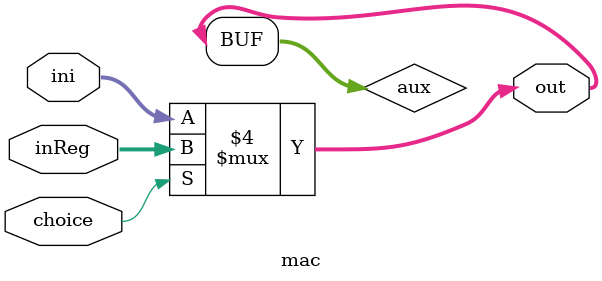
<source format=v>

module mac( //Mux of main ALU output accumulator data source
    inReg,
    ini,
    choice,
    out
);
    input[7:0] inReg;
    input[7:0] ini;
    input choice;
    output wire[7:0] out;
    reg[7:0] aux;

always@(*)
    if (choice == 1) begin
        aux <= inReg;
    end else begin
        aux <= ini;
    end

assign out = aux;
    
endmodule
</source>
